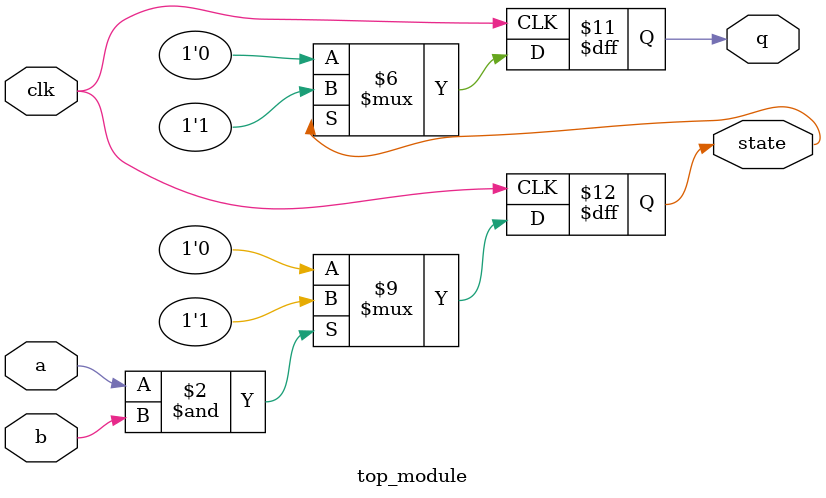
<source format=sv>
module top_module (
  input clk,
  input a,
  input b,
  output reg q,
  output reg state
);

always @(posedge clk) begin
  if (a & b)
    state <= 1'b1;
  else
    state <= 1'b0;
end

always @(posedge clk) begin
  if (state == 1'b1)
    q <= 1'b1;
  else
    q <= 1'b0;
end

endmodule

</source>
